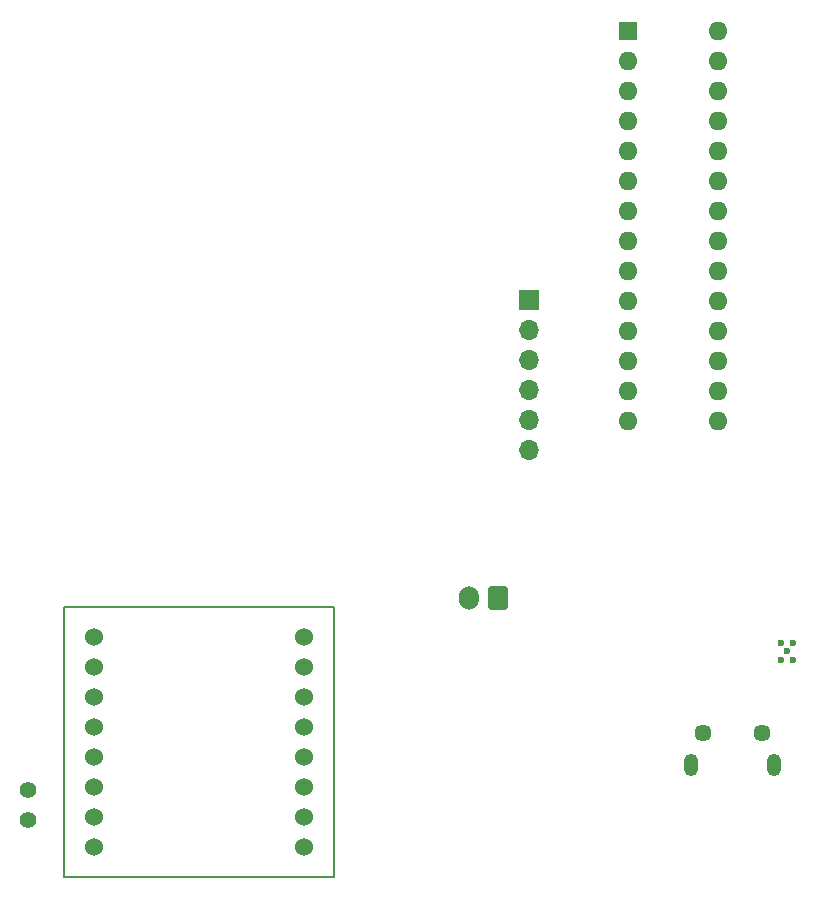
<source format=gbr>
%TF.GenerationSoftware,KiCad,Pcbnew,(6.0.9-0)*%
%TF.CreationDate,2023-01-13T01:16:21-05:00*%
%TF.ProjectId,JF-PimpleClock,4a462d50-696d-4706-9c65-436c6f636b2e,rev?*%
%TF.SameCoordinates,Original*%
%TF.FileFunction,Soldermask,Bot*%
%TF.FilePolarity,Negative*%
%FSLAX46Y46*%
G04 Gerber Fmt 4.6, Leading zero omitted, Abs format (unit mm)*
G04 Created by KiCad (PCBNEW (6.0.9-0)) date 2023-01-13 01:16:21*
%MOMM*%
%LPD*%
G01*
G04 APERTURE LIST*
G04 Aperture macros list*
%AMRoundRect*
0 Rectangle with rounded corners*
0 $1 Rounding radius*
0 $2 $3 $4 $5 $6 $7 $8 $9 X,Y pos of 4 corners*
0 Add a 4 corners polygon primitive as box body*
4,1,4,$2,$3,$4,$5,$6,$7,$8,$9,$2,$3,0*
0 Add four circle primitives for the rounded corners*
1,1,$1+$1,$2,$3*
1,1,$1+$1,$4,$5*
1,1,$1+$1,$6,$7*
1,1,$1+$1,$8,$9*
0 Add four rect primitives between the rounded corners*
20,1,$1+$1,$2,$3,$4,$5,0*
20,1,$1+$1,$4,$5,$6,$7,0*
20,1,$1+$1,$6,$7,$8,$9,0*
20,1,$1+$1,$8,$9,$2,$3,0*%
G04 Aperture macros list end*
%ADD10C,0.150000*%
%ADD11C,1.400000*%
%ADD12R,1.700000X1.700000*%
%ADD13O,1.700000X1.700000*%
%ADD14C,0.600000*%
%ADD15O,1.600000X1.600000*%
%ADD16R,1.600000X1.600000*%
%ADD17C,1.450000*%
%ADD18O,1.200000X1.900000*%
%ADD19C,1.524000*%
%ADD20RoundRect,0.250000X0.600000X0.750000X-0.600000X0.750000X-0.600000X-0.750000X0.600000X-0.750000X0*%
%ADD21O,1.700000X2.000000*%
G04 APERTURE END LIST*
D10*
%TO.C,U3*%
X96774000Y12426000D02*
X73914000Y12426000D01*
X96774000Y35286000D02*
X96774000Y12426000D01*
X73914000Y35286000D02*
X96774000Y35286000D01*
X73914000Y12426000D02*
X73914000Y35286000D01*
%TD*%
D11*
%TO.C,J3*%
X70866000Y19792000D03*
X70866000Y17252000D03*
%TD*%
D12*
%TO.C,J1*%
X113284000Y61214000D03*
D13*
X113284000Y58674000D03*
X113284000Y56134000D03*
X113284000Y53594000D03*
X113284000Y51054000D03*
X113284000Y48514000D03*
%TD*%
D14*
%TO.C,U5*%
X135128000Y31496000D03*
X134628000Y32246000D03*
X135628000Y32246000D03*
X135628000Y30746000D03*
X134628000Y30746000D03*
%TD*%
D15*
%TO.C,U1*%
X129296000Y84064000D03*
X129296000Y81524000D03*
X129296000Y78984000D03*
X129296000Y76444000D03*
X129296000Y73904000D03*
X129296000Y71364000D03*
X129296000Y68824000D03*
X129296000Y66284000D03*
X129296000Y63744000D03*
X129296000Y61204000D03*
X129296000Y58664000D03*
X129296000Y56124000D03*
X129296000Y53584000D03*
X129296000Y51044000D03*
X121676000Y51044000D03*
X121676000Y53584000D03*
X121676000Y56124000D03*
X121676000Y58664000D03*
X121676000Y61204000D03*
X121676000Y63744000D03*
X121676000Y66284000D03*
X121676000Y68824000D03*
X121676000Y71364000D03*
X121676000Y73904000D03*
X121676000Y76444000D03*
X121676000Y78984000D03*
X121676000Y81524000D03*
D16*
X121676000Y84064000D03*
%TD*%
D17*
%TO.C,J4*%
X133056000Y24576500D03*
D18*
X134056000Y21876500D03*
D17*
X128056000Y24576500D03*
D18*
X127056000Y21876500D03*
%TD*%
D19*
%TO.C,U3*%
X94234000Y32746000D03*
X94234000Y30206000D03*
X94234000Y27666000D03*
X94234000Y25126000D03*
X94234000Y22586000D03*
X94234000Y20046000D03*
X94234000Y17506000D03*
X94234000Y14966000D03*
X76454000Y14966000D03*
X76454000Y17506000D03*
X76454000Y20046000D03*
X76454000Y22586000D03*
X76454000Y25126000D03*
X76454000Y27666000D03*
X76454000Y30206000D03*
X76454000Y32746000D03*
%TD*%
D20*
%TO.C,J2*%
X110724000Y36060500D03*
D21*
X108224000Y36060500D03*
%TD*%
M02*

</source>
